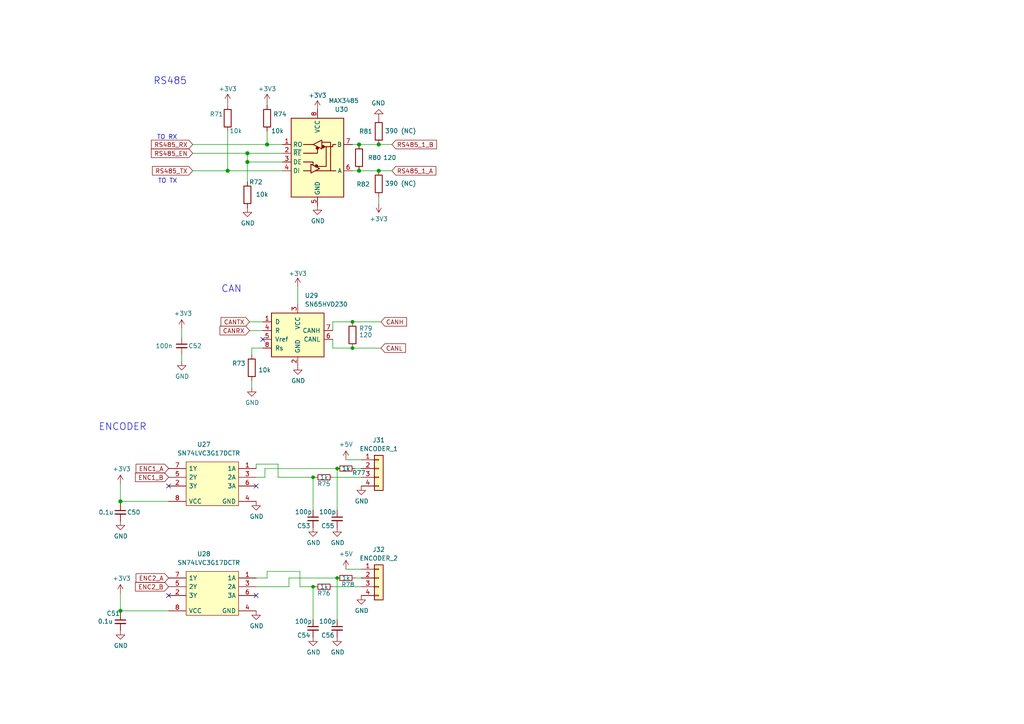
<source format=kicad_sch>
(kicad_sch (version 20231120) (generator "eeschema") (generator_version "8.0")
  (paper "A4")
  (lib_symbols
    (symbol "Connector_Generic:Conn_01x04" (pin_names (offset 1.016) hide)
      (property "Reference" "J" (at 0 5.08 0))
      (property "Value" "Conn_01x04" (at 0 -7.62 0))
      (symbol "Conn_01x04_1_1"
        (rectangle (start -1.27 -4.953) (end 0 -5.207) (stroke (width 0.1524)))
        (rectangle (start -1.27 -2.413) (end 0 -2.667) (stroke (width 0.1524)))
        (rectangle (start -1.27 0.127) (end 0 -0.127) (stroke (width 0.1524)))
        (rectangle (start -1.27 2.667) (end 0 2.413) (stroke (width 0.1524)))
        (rectangle (start -1.27 3.81) (end 1.27 -6.35) (stroke (width 0.254)) (fill (type background)))
        (pin passive line (at -5.08 2.54 0) (length 3.81) (name "Pin_1") (number "1"))
        (pin passive line (at -5.08 0 0) (length 3.81) (name "Pin_2") (number "2"))
        (pin passive line (at -5.08 -2.54 0) (length 3.81) (name "Pin_3") (number "3"))
        (pin passive line (at -5.08 -5.08 0) (length 3.81) (name "Pin_4") (number "4"))
      )
    )
    (symbol "Device:C_Small" (pin_numbers hide) (pin_names (offset 0.254) hide)
      (property "Reference" "C" (at 0.254 1.778 0))
      (property "Value" "C_Small" (at 0.254 -2.032 0))
      (symbol "C_Small_0_1"
        (polyline (pts (xy -1.524 -0.508) (xy 1.524 -0.508)) (stroke (width 0.3302)))
        (polyline (pts (xy -1.524 0.508) (xy 1.524 0.508)) (stroke (width 0.3048)))
      )
      (symbol "C_Small_1_1"
        (pin passive line (at 0 2.54 270) (length 2.032) (name "~") (number "1"))
        (pin passive line (at 0 -2.54 90) (length 2.032) (name "~") (number "2"))
      )
    )
    (symbol "Device:R" (pin_numbers hide) (pin_names (offset 0))
      (property "Reference" "R" (at 2.032 0 90))
      (property "Value" "R" (at 0 0 90))
      (symbol "R_0_1"
        (rectangle (start -1.016 -2.54) (end 1.016 2.54) (stroke (width 0.254)))
      )
      (symbol "R_1_1"
        (pin passive line (at 0 3.81 270) (length 1.27) (name "~") (number "1"))
        (pin passive line (at 0 -3.81 90) (length 1.27) (name "~") (number "2"))
      )
    )
    (symbol "Device:R_Small" (pin_numbers hide) (pin_names (offset 0.254) hide)
      (property "Reference" "R" (at 0.762 0.508 0))
      (property "Value" "R_Small" (at 0.762 -1.016 0))
      (symbol "R_Small_0_1"
        (rectangle (start -0.762 1.778) (end 0.762 -1.778) (stroke (width 0.2032)))
      )
      (symbol "R_Small_1_1"
        (pin passive line (at 0 2.54 270) (length 0.762) (name "~") (number "1"))
        (pin passive line (at 0 -2.54 90) (length 0.762) (name "~") (number "2"))
      )
    )
    (symbol "Interface_CAN_LIN:SN65HVD230" (pin_names (offset 1.016))
      (property "Reference" "U" (at -2.54 10.16 0))
      (property "Value" "SN65HVD230" (at -2.54 7.62 0))
      (symbol "SN65HVD230_0_1"
        (rectangle (start -7.62 5.08) (end 7.62 -7.62) (stroke (width 0.254)) (fill (type background)))
      )
      (symbol "SN65HVD230_1_1"
        (pin input line (at -10.16 2.54 0) (length 2.54) (name "D") (number "1"))
        (pin power_in line (at 0 -10.16 90) (length 2.54) (name "GND") (number "2"))
        (pin power_in line (at 0 7.62 270) (length 2.54) (name "VCC") (number "3"))
        (pin output line (at -10.16 0 0) (length 2.54) (name "R") (number "4"))
        (pin output line (at -10.16 -2.54 0) (length 2.54) (name "Vref") (number "5"))
        (pin bidirectional line (at 10.16 -2.54 180) (length 2.54) (name "CANL") (number "6"))
        (pin bidirectional line (at 10.16 0 180) (length 2.54) (name "CANH") (number "7"))
        (pin input line (at -10.16 -5.08 0) (length 2.54) (name "Rs") (number "8"))
      )
    )
    (symbol "Interface_UART:MAX3485"
      (property "Reference" "U" (at -6.096 11.43 0))
      (property "Value" "MAX3485" (at 0.762 11.43 0))
      (symbol "MAX3485_0_1"
        (rectangle (start -7.62 10.16) (end 7.62 -12.7) (stroke (width 0.254)) (fill (type background)))
        (circle (center -0.3048 -3.683) (radius 0.3556) (stroke (width 0.254)) (fill (type outline)))
        (circle (center -0.0254 1.4986) (radius 0.3556) (stroke (width 0.254)) (fill (type outline)))
        (polyline (pts (xy -4.064 -5.08) (xy -1.905 -5.08)) (stroke (width 0.254)))
        (polyline (pts (xy -4.064 2.54) (xy -1.27 2.54)) (stroke (width 0.254)))
        (polyline (pts (xy -1.27 -3.2004) (xy -1.27 -3.4544)) (stroke (width 0.254)))
        (polyline (pts (xy -0.635 -5.08) (xy 5.334 -5.08)) (stroke (width 0.254)))
        (polyline (pts (xy -4.064 -2.54) (xy -1.27 -2.54) (xy -1.27 -3.175)) (stroke (width 0.254)))
        (polyline (pts (xy 0 1.27) (xy 0 0) (xy -4.064 0)) (stroke (width 0.254)))
        (polyline (pts (xy 1.27 3.175) (xy 3.81 3.175) (xy 3.81 -5.08)) (stroke (width 0.254)))
        (polyline (pts (xy 2.54 1.905) (xy 2.54 -3.81) (xy 0 -3.81)) (stroke (width 0.254)))
        (polyline (pts (xy -1.905 -3.175) (xy -1.905 -5.715) (xy 0.635 -4.445) (xy -1.905 -3.175)) (stroke (width 0.254)))
        (polyline (pts (xy -1.27 2.54) (xy 1.27 3.81) (xy 1.27 1.27) (xy -1.27 2.54)) (stroke (width 0.254)))
        (polyline (pts (xy 1.905 1.905) (xy 4.445 1.905) (xy 4.445 2.54) (xy 5.334 2.54)) (stroke (width 0.254)))
        (rectangle (start 1.27 3.175) (end 1.27 3.175))
        (circle (center 1.651 1.905) (radius 0.3556) (stroke (width 0.254)) (fill (type outline)))
      )
      (symbol "MAX3485_1_1"
        (pin output line (at -10.16 2.54 0) (length 2.54) (name "RO") (number "1"))
        (pin input line (at -10.16 0 0) (length 2.54) (name "~{RE}") (number "2"))
        (pin input line (at -10.16 -2.54 0) (length 2.54) (name "DE") (number "3"))
        (pin input line (at -10.16 -5.08 0) (length 2.54) (name "DI") (number "4"))
        (pin power_in line (at 0 -15.24 90) (length 2.54) (name "GND") (number "5"))
        (pin bidirectional line (at 10.16 -5.08 180) (length 2.54) (name "A") (number "6"))
        (pin bidirectional line (at 10.16 2.54 180) (length 2.54) (name "B") (number "7"))
        (pin power_in line (at 0 12.7 270) (length 2.54) (name "VCC") (number "8"))
      )
    )
    (symbol "dustin_lib:SN74LVC3G17DCTR" (pin_names (offset 0.762))
      (property "Reference" "IC" (at 8.255 7.62 0))
      (property "Value" "SN74LVC3G17DCTR" (at 2.54 5.08 0))
      (symbol "SN74LVC3G17DCTR_0_0"
        (pin passive line (at 25.4 0.635 180) (length 5.08) (name "1A") (number "1"))
        (pin passive line (at 0 -4.445 0) (length 5.08) (name "3Y") (number "2"))
        (pin passive line (at 25.4 -1.905 180) (length 5.08) (name "2A") (number "3"))
        (pin passive line (at 25.4 -8.89 180) (length 5.08) (name "GND") (number "4"))
        (pin passive line (at 0 -1.905 0) (length 5.08) (name "2Y") (number "5"))
        (pin passive line (at 25.4 -4.445 180) (length 5.08) (name "3A") (number "6"))
        (pin passive line (at 0 0.635 0) (length 5.08) (name "1Y") (number "7"))
        (pin passive line (at 0 -8.89 0) (length 5.08) (name "VCC") (number "8"))
      )
      (symbol "SN74LVC3G17DCTR_0_1"
        (polyline (pts (xy 5.08 2.54) (xy 20.32 2.54) (xy 20.32 -10.16) (xy 5.08 -10.16) (xy 5.08 2.54)) (stroke (width 0.152)) (fill (type background)))
      )
    )
    (symbol "power:+3.3V" (power) (pin_names (offset 0))
      (property "Value" "+3.3V" (at 0 3.556 0))
      (symbol "+3.3V_0_1"
        (polyline (pts (xy -0.762 1.27) (xy 0 2.54)))
        (polyline (pts (xy 0 0) (xy 0 2.54)))
        (polyline (pts (xy 0 2.54) (xy 0.762 1.27)))
      )
      (symbol "+3.3V_1_1"
        (pin power_in line (at 0 0 90) (length 0) hide (name "+3V3") (number "1"))
      )
    )
    (symbol "power:+3V3" (power) (pin_names (offset 0))
      (property "Value" "+3V3" (at 0 3.556 0))
      (symbol "+3V3_0_1"
        (polyline (pts (xy -0.762 1.27) (xy 0 2.54)))
        (polyline (pts (xy 0 0) (xy 0 2.54)))
        (polyline (pts (xy 0 2.54) (xy 0.762 1.27)))
      )
      (symbol "+3V3_1_1"
        (pin power_in line (at 0 0 90) (length 0) hide (name "+3V3") (number "1"))
      )
    )
    (symbol "power:+5V" (power) (pin_names (offset 0))
      (property "Value" "+5V" (at 0 3.556 0))
      (symbol "+5V_0_1"
        (polyline (pts (xy -0.762 1.27) (xy 0 2.54)))
        (polyline (pts (xy 0 0) (xy 0 2.54)))
        (polyline (pts (xy 0 2.54) (xy 0.762 1.27)))
      )
      (symbol "+5V_1_1"
        (pin power_in line (at 0 0 90) (length 0) hide (name "+5V") (number "1"))
      )
    )
    (symbol "power:GND" (power) (pin_names (offset 0))
      (property "Value" "GND" (at 0 -3.81 0))
      (symbol "GND_0_1"
        (polyline (pts (xy 0 0) (xy 0 -1.27) (xy 1.27 -1.27) (xy 0 -2.54) (xy -1.27 -1.27) (xy 0 -1.27)))
      )
      (symbol "GND_1_1"
        (pin power_in line (at 0 0 270) (length 0) hide (name "GND") (number "1"))
      )
    )
  )
  (junction (at 90.805 170.18))
  (junction (at 104.14 41.91) (diameter 1.016))
  (junction (at 102.235 100.965))
  (junction (at 34.925 145.415) (diameter 1.016))
  (junction (at 109.855 49.53) (diameter 1.016))
  (junction (at 97.79 167.64))
  (junction (at 66.04 49.53) (diameter 1.016))
  (junction (at 104.14 49.53) (diameter 1.016))
  (junction (at 34.925 177.165) (diameter 1.016))
  (junction (at 90.805 138.43))
  (junction (at 102.235 93.345))
  (junction (at 97.79 135.89))
  (junction (at 71.755 44.45) (diameter 1.016))
  (junction (at 71.755 46.99) (diameter 1.016))
  (junction (at 77.47 41.91) (diameter 1.016))
  (junction (at 109.855 41.91) (diameter 1.016))
  (no_connect (at 74.295 172.72))
  (no_connect (at 76.2 98.425))
  (no_connect (at 48.895 172.72))
  (no_connect (at 48.895 140.97))
  (no_connect (at 74.295 140.97))
  (wire (pts (xy 52.705 95.25) (xy 52.705 97.79)))
  (wire (pts (xy 77.47 29.845) (xy 77.47 30.48)))
  (wire (pts (xy 96.52 100.965) (xy 102.235 100.965)))
  (wire (pts (xy 102.235 41.91) (xy 104.14 41.91)))
  (wire (pts (xy 104.14 49.53) (xy 109.855 49.53)))
  (wire (pts (xy 104.14 41.91) (xy 109.855 41.91)))
  (wire (pts (xy 90.805 170.18) (xy 86.995 170.18)))
  (wire (pts (xy 80.645 138.43) (xy 80.645 134.62)))
  (wire (pts (xy 55.88 41.91) (xy 77.47 41.91)))
  (wire (pts (xy 72.39 93.345) (xy 76.2 93.345)))
  (wire (pts (xy 83.82 170.18) (xy 74.295 170.18)))
  (wire (pts (xy 96.52 170.18) (xy 104.775 170.18)))
  (wire (pts (xy 90.805 138.43) (xy 80.645 138.43)))
  (wire (pts (xy 97.79 135.89) (xy 76.835 135.89)))
  (wire (pts (xy 86.995 170.18) (xy 86.995 165.735)))
  (wire (pts (xy 97.79 135.89) (xy 97.79 147.955)))
  (wire (pts (xy 34.925 177.165) (xy 34.925 177.8)))
  (wire (pts (xy 90.805 138.43) (xy 91.44 138.43)))
  (wire (pts (xy 90.805 170.18) (xy 91.44 170.18)))
  (wire (pts (xy 71.755 44.45) (xy 71.755 46.99)))
  (wire (pts (xy 96.52 98.425) (xy 96.52 100.965)))
  (wire (pts (xy 96.52 93.345) (xy 102.235 93.345)))
  (wire (pts (xy 102.87 167.64) (xy 104.775 167.64)))
  (wire (pts (xy 81.915 46.99) (xy 71.755 46.99)))
  (wire (pts (xy 109.855 41.91) (xy 113.665 41.91)))
  (wire (pts (xy 73.025 112.395) (xy 73.025 110.49)))
  (wire (pts (xy 96.52 138.43) (xy 104.775 138.43)))
  (wire (pts (xy 86.995 165.735) (xy 77.47 165.735)))
  (wire (pts (xy 109.855 49.53) (xy 113.665 49.53)))
  (wire (pts (xy 102.87 135.89) (xy 104.775 135.89)))
  (wire (pts (xy 71.755 46.99) (xy 71.755 52.705)))
  (wire (pts (xy 66.04 29.845) (xy 66.04 30.48)))
  (wire (pts (xy 100.33 165.1) (xy 104.775 165.1)))
  (wire (pts (xy 86.36 83.185) (xy 86.36 88.265)))
  (wire (pts (xy 34.925 145.415) (xy 34.925 146.05)))
  (wire (pts (xy 102.235 49.53) (xy 104.14 49.53)))
  (wire (pts (xy 97.79 167.64) (xy 97.79 179.705)))
  (wire (pts (xy 83.82 167.64) (xy 83.82 170.18)))
  (wire (pts (xy 48.895 145.415) (xy 34.925 145.415)))
  (wire (pts (xy 66.04 49.53) (xy 66.04 38.1)))
  (wire (pts (xy 55.88 44.45) (xy 71.755 44.45)))
  (wire (pts (xy 73.025 102.87) (xy 73.025 100.965)))
  (wire (pts (xy 72.39 95.885) (xy 76.2 95.885)))
  (wire (pts (xy 55.88 49.53) (xy 66.04 49.53)))
  (wire (pts (xy 102.235 93.345) (xy 110.49 93.345)))
  (wire (pts (xy 83.82 167.64) (xy 97.79 167.64)))
  (wire (pts (xy 73.025 100.965) (xy 76.2 100.965)))
  (wire (pts (xy 81.915 44.45) (xy 71.755 44.45)))
  (wire (pts (xy 48.895 177.165) (xy 34.925 177.165)))
  (wire (pts (xy 34.925 172.085) (xy 34.925 177.165)))
  (wire (pts (xy 100.33 133.35) (xy 104.775 133.35)))
  (wire (pts (xy 102.235 100.965) (xy 110.49 100.965)))
  (wire (pts (xy 74.295 134.62) (xy 74.295 135.89)))
  (wire (pts (xy 77.47 38.1) (xy 77.47 41.91)))
  (wire (pts (xy 81.915 49.53) (xy 66.04 49.53)))
  (wire (pts (xy 52.705 102.87) (xy 52.705 104.775)))
  (wire (pts (xy 74.295 138.43) (xy 76.835 138.43)))
  (wire (pts (xy 76.835 135.89) (xy 76.835 138.43)))
  (wire (pts (xy 109.855 59.055) (xy 109.855 57.15)))
  (wire (pts (xy 90.805 179.705) (xy 90.805 170.18)))
  (wire (pts (xy 77.47 165.735) (xy 77.47 167.64)))
  (wire (pts (xy 77.47 167.64) (xy 74.295 167.64)))
  (wire (pts (xy 96.52 95.885) (xy 96.52 93.345)))
  (wire (pts (xy 77.47 41.91) (xy 81.915 41.91)))
  (wire (pts (xy 34.925 140.335) (xy 34.925 145.415)))
  (wire (pts (xy 80.645 134.62) (xy 74.295 134.62)))
  (wire (pts (xy 90.805 147.955) (xy 90.805 138.43)))
  (text "RS485" (at 44.45 24.765 0) (effects (font (size 2 2)) (justify left bottom)))
  (text "TO RX" (at 51.435 40.64 0) (effects (font (size 1.27 1.27)) (justify right bottom)))
  (text "TO TX" (at 51.435 53.34 0) (effects (font (size 1.27 1.27)) (justify right bottom)))
  (text "ENCODER" (at 28.575 125.095 0) (effects (font (size 2 2)) (justify left bottom)))
  (text "CAN" (at 64.135 85.09 0) (effects (font (size 2 2)) (justify left bottom)))
  (global_label "RS485_1_B" (shape input) (at 113.665 41.91 0) (property "Intersheetrefs" "${INTERSHEET_REFS}" (effects (hide yes))))
  (global_label "ENC2_B" (shape input) (at 48.895 170.18 180) (property "Intersheetrefs" "${INTERSHEET_REFS}" (effects (hide yes))))
  (global_label "CANTX" (shape input) (at 72.39 93.345 180) (property "Intersheetrefs" "${INTERSHEET_REFS}" (effects (hide yes))))
  (global_label "CANH" (shape input) (at 110.49 93.345 0) (property "Intersheetrefs" "${INTERSHEET_REFS}" (effects (hide yes))))
  (global_label "ENC1_A" (shape input) (at 48.895 135.89 180) (property "Intersheetrefs" "${INTERSHEET_REFS}" (effects (hide yes))))
  (global_label "CANL" (shape input) (at 110.49 100.965 0) (property "Intersheetrefs" "${INTERSHEET_REFS}" (effects (hide yes))))
  (global_label "ENC2_A" (shape input) (at 48.895 167.64 180) (property "Intersheetrefs" "${INTERSHEET_REFS}" (effects (hide yes))))
  (global_label "CANRX" (shape input) (at 72.39 95.885 180) (property "Intersheetrefs" "${INTERSHEET_REFS}" (effects (hide yes))))
  (global_label "ENC1_B" (shape input) (at 48.895 138.43 180) (property "Intersheetrefs" "${INTERSHEET_REFS}" (effects (hide yes))))
  (global_label "RS485_RX" (shape input) (at 55.88 41.91 180) (property "Intersheetrefs" "${INTERSHEET_REFS}" (effects (hide yes))))
  (global_label "RS485_EN" (shape input) (at 55.88 44.45 180) (property "Intersheetrefs" "${INTERSHEET_REFS}" (effects (hide yes))))
  (global_label "RS485_1_A" (shape input) (at 113.665 49.53 0) (property "Intersheetrefs" "${INTERSHEET_REFS}" (effects (hide yes))))
  (global_label "RS485_TX" (shape input) (at 55.88 49.53 180) (property "Intersheetrefs" "${INTERSHEET_REFS}" (effects (hide yes))))
  (symbol (lib_id "Device:R") (at 77.47 34.29 0) (unit 1)
    (property "Reference" "R74" (at 79.248 33.1216 0) (effects (justify left)))
    (property "Value" "10k" (at 78.613 37.973 0) (effects (justify left)))
    (property "Footprint" "Resistor_SMD:R_0603_1608Metric" (effects (hide yes)))
    (property "Datasheet" "https://fscdn.rohm.com/en/products/databook/datasheet/passive/resistor/chip_resistor/mcr-e.pdf" (effects (hide yes)))
    (property "Field4" "Farnell" (effects (hide yes)))
    (property "Field5" "9239235" (effects (hide yes)))
    (property "Field7" "KOA EUROPE GMBH" (effects (hide yes)))
    (property "Field6" "RK73H1ETTP1001F" (effects (hide yes)))
    (property "Part Description" "Resistor 1K M1005 1% 63mW" (effects (hide yes)))
    (property "Field8" "125049511" (effects (hide yes)))
  )
  (symbol (lib_id "Device:R_Small") (at 93.98 170.18 90) (unit 1)
    (property "Reference" "R76" (at 95.885 172.085 90) (effects (justify left)))
    (property "Value" "1k" (at 95.25 170.18 90) (effects (justify left)))
    (property "Footprint" "Resistor_SMD:R_0603_1608Metric" (effects (hide yes)))
  )
  (symbol (lib_id "Device:C_Small") (at 90.805 182.245 0) (unit 1)
    (property "Reference" "C54" (at 86.1442 184.2706 0) (effects (justify left)))
    (property "Value" "100p" (at 85.509 180.219 0) (effects (justify left)))
    (property "Footprint" "Capacitor_SMD:C_0603_1608Metric" (effects (hide yes)))
  )
  (symbol (lib_id "Device:R") (at 104.14 45.72 0) (unit 1)
    (property "Reference" "R80" (at 106.68 45.72 0) (effects (justify left)))
    (property "Value" "120" (at 111.125 45.72 0) (effects (justify left)))
    (property "Footprint" "Resistor_SMD:R_0603_1608Metric" (effects (hide yes)))
    (property "Datasheet" "https://fscdn.rohm.com/en/products/databook/datasheet/passive/resistor/chip_resistor/mcr-e.pdf" (effects (hide yes)))
    (property "Field4" "Farnell" (effects (hide yes)))
    (property "Field5" "9239235" (effects (hide yes)))
    (property "Field7" "KOA EUROPE GMBH" (effects (hide yes)))
    (property "Field6" "RK73H1ETTP1001F" (effects (hide yes)))
    (property "Part Description" "Resistor 1K M1005 1% 63mW" (effects (hide yes)))
    (property "Field8" "125049511" (effects (hide yes)))
  )
  (symbol (lib_id "power:+3V3") (at 86.36 83.185 0) (unit 1)
    (property "Reference" "#PWR0205" (effects (hide yes)))
    (property "Value" "+3V3" (at 86.3629 79.3356 0))
  )
  (symbol (lib_id "Device:C_Small") (at 52.705 100.33 0) (unit 1)
    (property "Reference" "C52" (at 54.61 100.33 0) (effects (justify left)))
    (property "Value" "100n" (at 45.085 100.33 0) (effects (justify left)))
    (property "Footprint" "Capacitor_SMD:C_0603_1608Metric" (effects (hide yes)))
  )
  (symbol (lib_id "power:GND") (at 73.025 112.395 0) (unit 1)
    (property "Reference" "#PWR0201" (effects (hide yes)))
    (property "Value" "GND" (at 73.152 116.7892 0))
  )
  (symbol (lib_id "power:GND") (at 90.805 184.785 0) (unit 1)
    (property "Reference" "#PWR0208" (effects (hide yes)))
    (property "Value" "GND" (at 90.932 189.1792 0))
  )
  (symbol (lib_id "power:GND") (at 52.705 104.775 0) (unit 1)
    (property "Reference" "#PWR0198" (effects (hide yes)))
    (property "Value" "GND" (at 52.832 109.1692 0))
  )
  (symbol (lib_id "Device:R_Small") (at 100.33 135.89 90) (unit 1)
    (property "Reference" "R77" (at 106.045 137.16 90) (effects (justify left)))
    (property "Value" "1k" (at 101.6 135.89 90) (effects (justify left)))
    (property "Footprint" "Resistor_SMD:R_0603_1608Metric" (effects (hide yes)))
  )
  (symbol (lib_id "Device:R") (at 73.025 106.68 0) (unit 1)
    (property "Reference" "R73" (at 67.31 105.41 0) (effects (justify left)))
    (property "Value" "10k" (at 74.93 107.315 0) (effects (justify left)))
    (property "Footprint" "Resistor_SMD:R_0603_1608Metric" (effects (hide yes)))
    (property "Datasheet" "https://fscdn.rohm.com/en/products/databook/datasheet/passive/resistor/chip_resistor/mcr-e.pdf" (effects (hide yes)))
    (property "Field4" "Farnell" (effects (hide yes)))
    (property "Field5" "9239278" (effects (hide yes)))
    (property "Field7" "KOA EUROPE GMBH" (effects (hide yes)))
    (property "Field6" "RK73G1ETQTP2201D         " (effects (hide yes)))
    (property "Part Description" "Resistor 2.2K M1005 1% 63mW" (effects (hide yes)))
    (property "Field8" "120889581" (effects (hide yes)))
  )
  (symbol (lib_id "power:GND") (at 90.805 153.035 0) (unit 1)
    (property "Reference" "#PWR0207" (effects (hide yes)))
    (property "Value" "GND" (at 90.932 157.4292 0))
  )
  (symbol (lib_id "power:GND") (at 74.295 145.415 0) (unit 1)
    (property "Reference" "#PWR0202" (effects (hide yes)))
    (property "Value" "GND" (at 74.422 149.8092 0))
  )
  (symbol (lib_id "power:+3V3") (at 34.925 172.085 0) (unit 1)
    (property "Reference" "#PWR0195" (effects (hide yes)))
    (property "Value" "+3V3" (at 35.2933 167.7606 0))
  )
  (symbol (lib_id "power:+3.3V") (at 92.075 31.75 0) (unit 1)
    (property "Reference" "#PWR0209" (effects (hide yes)))
    (property "Value" "+3V3" (at 92.075 27.686 0))
  )
  (symbol (lib_id "Device:C_Small") (at 34.925 148.59 0) (unit 1)
    (property "Reference" "C50" (at 36.83 148.59 0) (effects (justify left)))
    (property "Value" "0.1u" (at 28.575 148.59 0) (effects (justify left)))
    (property "Footprint" "Capacitor_SMD:C_0603_1608Metric" (effects (hide yes)))
  )
  (symbol (lib_id "power:+3.3V") (at 77.47 29.845 0) (unit 1)
    (property "Reference" "#PWR0204" (effects (hide yes)))
    (property "Value" "+3V3" (at 77.47 25.781 0))
  )
  (symbol (lib_id "Device:C_Small") (at 34.925 180.34 0) (unit 1)
    (property "Reference" "C51" (at 30.8992 177.9206 0) (effects (justify left)))
    (property "Value" "0.1u" (at 28.359 180.219 0) (effects (justify left)))
    (property "Footprint" "Capacitor_SMD:C_0603_1608Metric" (effects (hide yes)))
  )
  (symbol (lib_id "Device:C_Small") (at 97.79 182.245 0) (unit 1)
    (property "Reference" "C56" (at 93.1292 184.2706 0) (effects (justify left)))
    (property "Value" "100p" (at 92.494 180.219 0) (effects (justify left)))
    (property "Footprint" "Capacitor_SMD:C_0603_1608Metric" (effects (hide yes)))
  )
  (symbol (lib_id "power:GND") (at 34.925 182.88 0) (unit 1)
    (property "Reference" "#PWR0196" (effects (hide yes)))
    (property "Value" "GND" (at 35.052 187.2742 0))
  )
  (symbol (lib_id "Device:R") (at 102.235 97.155 0) (unit 1)
    (property "Reference" "R79" (at 104.14 95.25 0) (effects (justify left)))
    (property "Value" "120" (at 104.14 97.155 0) (effects (justify left)))
    (property "Footprint" "Resistor_SMD:R_0603_1608Metric" (effects (hide yes)))
    (property "Datasheet" "https://fscdn.rohm.com/en/products/databook/datasheet/passive/resistor/chip_resistor/mcr-e.pdf" (effects (hide yes)))
    (property "Field4" "Farnell" (effects (hide yes)))
    (property "Field5" "9239278" (effects (hide yes)))
    (property "Field7" "KOA EUROPE GMBH" (effects (hide yes)))
    (property "Field6" "RK73G1ETQTP2201D         " (effects (hide yes)))
    (property "Part Description" "Resistor 2.2K M1005 1% 63mW" (effects (hide yes)))
    (property "Field8" "120889581" (effects (hide yes)))
  )
  (symbol (lib_id "power:GND") (at 104.775 140.97 0) (unit 1)
    (property "Reference" "#PWR0215" (effects (hide yes)))
    (property "Value" "GND" (at 104.902 145.3642 0))
  )
  (symbol (lib_id "Device:C_Small") (at 90.805 150.495 0) (unit 1)
    (property "Reference" "C53" (at 86.1442 152.5206 0) (effects (justify left)))
    (property "Value" "100p" (at 85.509 148.469 0) (effects (justify left)))
    (property "Footprint" "Capacitor_SMD:C_0603_1608Metric" (effects (hide yes)))
  )
  (symbol (lib_id "Device:R_Small") (at 93.98 138.43 90) (unit 1)
    (property "Reference" "R75" (at 95.885 140.335 90) (effects (justify left)))
    (property "Value" "1k" (at 95.25 138.43 90) (effects (justify left)))
    (property "Footprint" "Resistor_SMD:R_0603_1608Metric" (effects (hide yes)))
  )
  (symbol (lib_id "dustin_lib:SN74LVC3G17DCTR") (at 48.895 168.275 0) (unit 1)
    (property "Reference" "U28" (at 57.15 160.655 0) (effects (justify left)))
    (property "Value" "SN74LVC3G17DCTR" (at 51.435 163.195 0) (effects (justify left)))
    (property "Footprint" "downloaded_parts:SOP65P400X130-8N" (effects (hide yes)))
    (property "Datasheet" "http://www.ti.com/lit/gpn/sn74lvc3g17" (effects (hide yes)))
    (property "Description" "Texas Instruments SN74LVC3G17DCTR, Triple, Schmitt Trigger Buffer, Non-Inverting, 1.65  5.5 V, 8-Pin SSOP" (effects (hide yes)))
    (property "Height" "1.3" (effects (hide yes)))
    (property "Mouser Part Number" "595-SN74LVC3G17DCTR" (effects (hide yes)))
    (property "Mouser Price/Stock" "https://www.mouser.co.uk/ProductDetail/Texas-Instruments/SN74LVC3G17DCTR?qs=0smPjiIwnfJoh6NdDLRU8g%3D%3D" (effects (hide yes)))
    (property "Manufacturer_Name" "Texas Instruments" (effects (hide yes)))
    (property "Manufacturer_Part_Number" "SN74LVC3G17DCTR" (effects (hide yes)))
  )
  (symbol (lib_id "Device:R") (at 71.755 56.515 0) (unit 1)
    (property "Reference" "R72" (at 72.263 52.8066 0) (effects (justify left)))
    (property "Value" "10k" (at 74.168 56.388 0) (effects (justify left)))
    (property "Footprint" "Resistor_SMD:R_0603_1608Metric" (effects (hide yes)))
    (property "Datasheet" "https://fscdn.rohm.com/en/products/databook/datasheet/passive/resistor/chip_resistor/mcr-e.pdf" (effects (hide yes)))
    (property "Field4" "Farnell" (effects (hide yes)))
    (property "Field5" "9239235" (effects (hide yes)))
    (property "Field7" "KOA EUROPE GMBH" (effects (hide yes)))
    (property "Field6" "RK73H1ETTP1001F" (effects (hide yes)))
    (property "Part Description" "Resistor 1K M1005 1% 63mW" (effects (hide yes)))
    (property "Field8" "125049511" (effects (hide yes)))
  )
  (symbol (lib_id "power:+5V") (at 100.33 133.35 0) (unit 1)
    (property "Reference" "#PWR0213" (effects (hide yes)))
    (property "Value" "+5V" (at 100.33 128.905 0))
  )
  (symbol (lib_id "Device:C_Small") (at 97.79 150.495 0) (unit 1)
    (property "Reference" "C55" (at 93.1292 152.5206 0) (effects (justify left)))
    (property "Value" "100p" (at 92.494 148.469 0) (effects (justify left)))
    (property "Footprint" "Capacitor_SMD:C_0603_1608Metric" (effects (hide yes)))
  )
  (symbol (lib_id "power:GND") (at 71.755 60.325 0) (unit 1)
    (property "Reference" "#PWR0200" (effects (hide yes)))
    (property "Value" "GND" (at 71.882 64.7192 0))
  )
  (symbol (lib_id "power:GND") (at 74.295 177.165 0) (unit 1)
    (property "Reference" "#PWR0203" (effects (hide yes)))
    (property "Value" "GND" (at 74.422 181.5592 0))
  )
  (symbol (lib_id "power:GND") (at 34.925 151.13 0) (unit 1)
    (property "Reference" "#PWR0194" (effects (hide yes)))
    (property "Value" "GND" (at 35.052 155.5242 0))
  )
  (symbol (lib_id "power:GND") (at 104.775 172.72 0) (unit 1)
    (property "Reference" "#PWR0216" (effects (hide yes)))
    (property "Value" "GND" (at 104.902 177.1142 0))
  )
  (symbol (lib_id "Connector_Generic:Conn_01x04") (at 109.855 167.64 0) (unit 1)
    (property "Reference" "J32" (at 109.855 159.385 0))
    (property "Value" "ENCODER_2" (at 109.855 161.925 0))
    (property "Footprint" "Connector_JST:JST_GH_BM04B-GHS-TBT_1x04-1MP_P1.25mm_Vertical" (effects (hide yes)))
  )
  (symbol (lib_id "power:GND") (at 86.36 106.045 0) (unit 1)
    (property "Reference" "#PWR0206" (effects (hide yes)))
    (property "Value" "GND" (at 86.487 110.4392 0))
  )
  (symbol (lib_id "Interface_UART:MAX3485") (at 92.075 44.45 0) (unit 1)
    (property "Reference" "U30" (at 99.06 31.75 0))
    (property "Value" "MAX3485" (at 99.695 29.21 0))
    (property "Footprint" "downloaded_parts:SOIC127P600X175-8N" (effects (hide yes)))
    (property "Datasheet" "https://datasheets.maximintegrated.com/en/ds/MAX3483-MAX3491.pdf" (effects (hide yes)))
  )
  (symbol (lib_id "power:GND") (at 97.79 184.785 0) (unit 1)
    (property "Reference" "#PWR0212" (effects (hide yes)))
    (property "Value" "GND" (at 97.917 189.1792 0))
  )
  (symbol (lib_id "power:GND") (at 92.075 59.69 0) (unit 1)
    (property "Reference" "#PWR0210" (effects (hide yes)))
    (property "Value" "GND" (at 92.202 64.0842 0))
  )
  (symbol (lib_id "power:+3.3V") (at 66.04 29.845 0) (unit 1)
    (property "Reference" "#PWR0199" (effects (hide yes)))
    (property "Value" "+3V3" (at 66.04 25.781 0))
  )
  (symbol (lib_id "power:GND") (at 109.855 34.29 180) (unit 1)
    (property "Reference" "#PWR0217" (effects (hide yes)))
    (property "Value" "GND" (at 109.728 29.8958 0))
  )
  (symbol (lib_id "power:+5V") (at 100.33 165.1 0) (unit 1)
    (property "Reference" "#PWR0214" (effects (hide yes)))
    (property "Value" "+5V" (at 100.33 160.655 0))
  )
  (symbol (lib_id "Device:R") (at 109.855 38.1 0) (unit 1)
    (property "Reference" "R81" (at 104.14 38.1 0) (effects (justify left)))
    (property "Value" "390 (NC)" (at 111.633 37.973 0) (effects (justify left)))
    (property "Footprint" "Resistor_SMD:R_0603_1608Metric" (effects (hide yes)))
    (property "Datasheet" "https://fscdn.rohm.com/en/products/databook/datasheet/passive/resistor/chip_resistor/mcr-e.pdf" (effects (hide yes)))
    (property "Field4" "Farnell" (effects (hide yes)))
    (property "Field5" "9239235" (effects (hide yes)))
    (property "Field7" "KOA EUROPE GMBH" (effects (hide yes)))
    (property "Field6" "RK73H1ETTP1001F" (effects (hide yes)))
    (property "Part Description" "Resistor 1K M1005 1% 63mW" (effects (hide yes)))
    (property "Field8" "125049511" (effects (hide yes)))
  )
  (symbol (lib_id "Device:R_Small") (at 100.33 167.64 90) (unit 1)
    (property "Reference" "R78" (at 102.87 169.545 90) (effects (justify left)))
    (property "Value" "1k" (at 101.6 167.64 90) (effects (justify left)))
    (property "Footprint" "Resistor_SMD:R_0603_1608Metric" (effects (hide yes)))
  )
  (symbol (lib_id "dustin_lib:SN74LVC3G17DCTR") (at 48.895 136.525 0) (unit 1)
    (property "Reference" "U27" (at 57.15 128.905 0) (effects (justify left)))
    (property "Value" "SN74LVC3G17DCTR" (at 51.435 131.445 0) (effects (justify left)))
    (property "Footprint" "downloaded_parts:SOP65P400X130-8N" (effects (hide yes)))
    (property "Datasheet" "http://www.ti.com/lit/gpn/sn74lvc3g17" (effects (hide yes)))
    (property "Description" "Texas Instruments SN74LVC3G17DCTR, Triple, Schmitt Trigger Buffer, Non-Inverting, 1.65  5.5 V, 8-Pin SSOP" (effects (hide yes)))
    (property "Height" "1.3" (effects (hide yes)))
    (property "Mouser Part Number" "595-SN74LVC3G17DCTR" (effects (hide yes)))
    (property "Mouser Price/Stock" "https://www.mouser.co.uk/ProductDetail/Texas-Instruments/SN74LVC3G17DCTR?qs=0smPjiIwnfJoh6NdDLRU8g%3D%3D" (effects (hide yes)))
    (property "Manufacturer_Name" "Texas Instruments" (effects (hide yes)))
    (property "Manufacturer_Part_Number" "SN74LVC3G17DCTR" (effects (hide yes)))
  )
  (symbol (lib_id "power:+3.3V") (at 109.855 59.055 180) (unit 1)
    (property "Reference" "#PWR0218" (effects (hide yes)))
    (property "Value" "+3V3" (at 109.855 63.5 0))
  )
  (symbol (lib_id "Device:R") (at 109.855 53.34 0) (unit 1)
    (property "Reference" "R82" (at 103.378 53.4416 0) (effects (justify left)))
    (property "Value" "390 (NC)" (at 111.633 53.213 0) (effects (justify left)))
    (property "Footprint" "Resistor_SMD:R_0603_1608Metric" (effects (hide yes)))
    (property "Datasheet" "https://fscdn.rohm.com/en/products/databook/datasheet/passive/resistor/chip_resistor/mcr-e.pdf" (effects (hide yes)))
    (property "Field4" "Farnell" (effects (hide yes)))
    (property "Field5" "9239235" (effects (hide yes)))
    (property "Field7" "KOA EUROPE GMBH" (effects (hide yes)))
    (property "Field6" "RK73H1ETTP1001F" (effects (hide yes)))
    (property "Part Description" "Resistor 1K M1005 1% 63mW" (effects (hide yes)))
    (property "Field8" "125049511" (effects (hide yes)))
  )
  (symbol (lib_id "Device:R") (at 66.04 34.29 0) (unit 1)
    (property "Reference" "R71" (at 60.833 33.1216 0) (effects (justify left)))
    (property "Value" "10k" (at 66.548 37.973 0) (effects (justify left)))
    (property "Footprint" "Resistor_SMD:R_0603_1608Metric" (effects (hide yes)))
    (property "Datasheet" "https://fscdn.rohm.com/en/products/databook/datasheet/passive/resistor/chip_resistor/mcr-e.pdf" (effects (hide yes)))
    (property "Field4" "Farnell" (effects (hide yes)))
    (property "Field5" "9239235" (effects (hide yes)))
    (property "Field7" "KOA EUROPE GMBH" (effects (hide yes)))
    (property "Field6" "RK73H1ETTP1001F" (effects (hide yes)))
    (property "Part Description" "Resistor 1K M1005 1% 63mW" (effects (hide yes)))
    (property "Field8" "125049511" (effects (hide yes)))
  )
  (symbol (lib_id "power:+3V3") (at 52.705 95.25 0) (unit 1)
    (property "Reference" "#PWR0197" (effects (hide yes)))
    (property "Value" "+3V3" (at 53.0733 90.9256 0))
  )
  (symbol (lib_id "Interface_CAN_LIN:SN65HVD230") (at 86.36 95.885 0) (unit 1)
    (property "Reference" "U29" (at 88.3794 85.725 0) (effects (justify left)))
    (property "Value" "SN65HVD230" (at 88.3794 88.265 0) (effects (justify left)))
    (property "Footprint" "downloaded_parts:SOIC127P600X175-8N" (effects (hide yes)))
    (property "Datasheet" "http://www.ti.com/lit/ds/symlink/sn65hvd230.pdf" (effects (hide yes)))
  )
  (symbol (lib_id "power:GND") (at 97.79 153.035 0) (unit 1)
    (property "Reference" "#PWR0211" (effects (hide yes)))
    (property "Value" "GND" (at 97.917 157.4292 0))
  )
  (symbol (lib_id "power:+3V3") (at 34.925 140.335 0) (unit 1)
    (property "Reference" "#PWR0193" (effects (hide yes)))
    (property "Value" "+3V3" (at 35.2933 136.0106 0))
  )
  (symbol (lib_id "Connector_Generic:Conn_01x04") (at 109.855 135.89 0) (unit 1)
    (property "Reference" "J31" (at 109.855 127.635 0))
    (property "Value" "ENCODER_1" (at 109.855 130.175 0))
    (property "Footprint" "Connector_JST:JST_GH_BM04B-GHS-TBT_1x04-1MP_P1.25mm_Vertical" (effects (hide yes)))
  )
)
</source>
